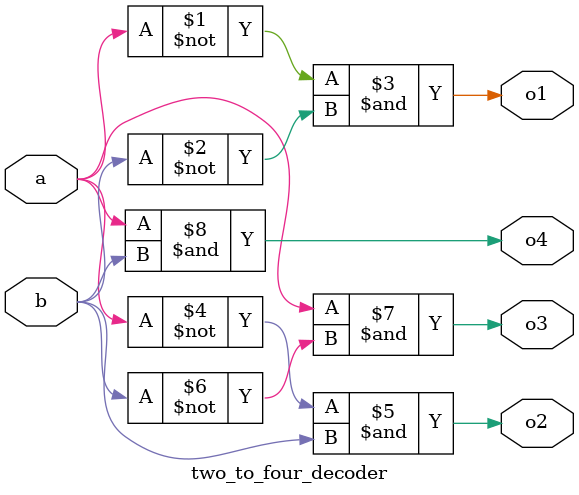
<source format=v>
module two_to_four_decoder(a, b, o1,o2,o3,o4);
    input a;    // most significant
    input b;

    output o1;
    output o2;
    output o3;
    output o4;
    
    assign o1 = ~a & ~b;
    assign o2 = ~a & b;
    assign o3 = a & ~b;
    assign o4 = a & b;
endmodule
</source>
